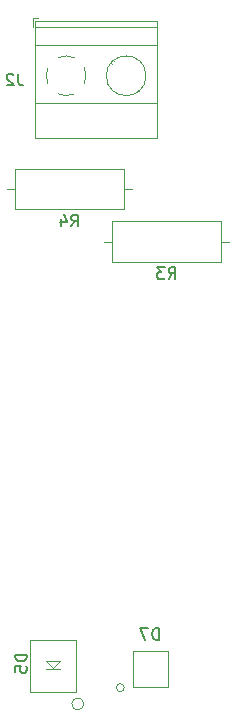
<source format=gbr>
G04 #@! TF.GenerationSoftware,KiCad,Pcbnew,(5.1.5)-3*
G04 #@! TF.CreationDate,2020-11-11T17:48:52-05:00*
G04 #@! TF.ProjectId,sensor_dmf_board,73656e73-6f72-45f6-946d-665f626f6172,rev?*
G04 #@! TF.SameCoordinates,Original*
G04 #@! TF.FileFunction,Legend,Bot*
G04 #@! TF.FilePolarity,Positive*
%FSLAX46Y46*%
G04 Gerber Fmt 4.6, Leading zero omitted, Abs format (unit mm)*
G04 Created by KiCad (PCBNEW (5.1.5)-3) date 2020-11-11 17:48:52*
%MOMM*%
%LPD*%
G04 APERTURE LIST*
%ADD10C,0.120000*%
%ADD11C,0.150000*%
G04 APERTURE END LIST*
D10*
X155540840Y-104894380D02*
X154850840Y-104894380D01*
X144920840Y-104894380D02*
X145610840Y-104894380D01*
X154850840Y-106614380D02*
X145610840Y-106614380D01*
X154850840Y-103174380D02*
X154850840Y-106614380D01*
X145610840Y-103174380D02*
X154850840Y-103174380D01*
X145610840Y-106614380D02*
X145610840Y-103174380D01*
X163767900Y-109357160D02*
X163077900Y-109357160D01*
X153147900Y-109357160D02*
X153837900Y-109357160D01*
X163077900Y-111077160D02*
X153837900Y-111077160D01*
X163077900Y-107637160D02*
X163077900Y-111077160D01*
X153837900Y-107637160D02*
X163077900Y-107637160D01*
X153837900Y-111077160D02*
X153837900Y-107637160D01*
X154880275Y-147124800D02*
G75*
G03X154880275Y-147124800I-338135J0D01*
G01*
X158605000Y-147050000D02*
X155605000Y-147050000D01*
X158605000Y-144050000D02*
X158605000Y-147050000D01*
X155605000Y-144050000D02*
X158605000Y-144050000D01*
X155605000Y-147050000D02*
X155605000Y-144050000D01*
X151453580Y-148500480D02*
G75*
G03X151453580Y-148500480I-508000J0D01*
G01*
X149459680Y-145538840D02*
X148227780Y-145538840D01*
X148265880Y-144880980D02*
X148855160Y-145470260D01*
X149439360Y-144880980D02*
X148265880Y-144880980D01*
X148845000Y-145475340D02*
X149439360Y-144880980D01*
X146895000Y-143095000D02*
X146895000Y-147495000D01*
X150795000Y-147495000D02*
X150795000Y-143095000D01*
X150795000Y-143095000D02*
X146895000Y-143095000D01*
X146895000Y-147495000D02*
X150795000Y-147495000D01*
X147116520Y-90413500D02*
X147616520Y-90413500D01*
X147116520Y-91153500D02*
X147116520Y-90413500D01*
X153809520Y-94290500D02*
X153762520Y-94244500D01*
X156106520Y-96588500D02*
X156071520Y-96552500D01*
X154002520Y-94074500D02*
X153967520Y-94039500D01*
X156311520Y-96382500D02*
X156264520Y-96336500D01*
X157636520Y-100574500D02*
X157636520Y-90653500D01*
X147356520Y-100574500D02*
X147356520Y-90653500D01*
X147356520Y-90653500D02*
X157636520Y-90653500D01*
X147356520Y-100574500D02*
X157636520Y-100574500D01*
X147356520Y-97614500D02*
X157636520Y-97614500D01*
X147356520Y-92713500D02*
X157636520Y-92713500D01*
X147356520Y-91213500D02*
X157636520Y-91213500D01*
X156716520Y-95313500D02*
G75*
G03X156716520Y-95313500I-1680000J0D01*
G01*
X149985325Y-93633247D02*
G75*
G03X149272520Y-93778500I-28805J-1680253D01*
G01*
X148421094Y-94630458D02*
G75*
G03X148421520Y-95997500I1535426J-683042D01*
G01*
X149273478Y-96848926D02*
G75*
G03X150640520Y-96848500I683042J1535426D01*
G01*
X151491946Y-95996542D02*
G75*
G03X151491520Y-94629500I-1535426J683042D01*
G01*
X150639838Y-93778744D02*
G75*
G03X149956520Y-93633500I-683318J-1534756D01*
G01*
D11*
X150397506Y-108066760D02*
X150730840Y-107590570D01*
X150968935Y-108066760D02*
X150968935Y-107066760D01*
X150587982Y-107066760D01*
X150492744Y-107114380D01*
X150445125Y-107161999D01*
X150397506Y-107257237D01*
X150397506Y-107400094D01*
X150445125Y-107495332D01*
X150492744Y-107542951D01*
X150587982Y-107590570D01*
X150968935Y-107590570D01*
X149540363Y-107400094D02*
X149540363Y-108066760D01*
X149778459Y-107019141D02*
X150016554Y-107733427D01*
X149397506Y-107733427D01*
X158624566Y-112529540D02*
X158957900Y-112053350D01*
X159195995Y-112529540D02*
X159195995Y-111529540D01*
X158815042Y-111529540D01*
X158719804Y-111577160D01*
X158672185Y-111624779D01*
X158624566Y-111720017D01*
X158624566Y-111862874D01*
X158672185Y-111958112D01*
X158719804Y-112005731D01*
X158815042Y-112053350D01*
X159195995Y-112053350D01*
X158291233Y-111529540D02*
X157672185Y-111529540D01*
X158005519Y-111910493D01*
X157862661Y-111910493D01*
X157767423Y-111958112D01*
X157719804Y-112005731D01*
X157672185Y-112100969D01*
X157672185Y-112339064D01*
X157719804Y-112434302D01*
X157767423Y-112481921D01*
X157862661Y-112529540D01*
X158148376Y-112529540D01*
X158243614Y-112481921D01*
X158291233Y-112434302D01*
X157815155Y-143083920D02*
X157815155Y-142083920D01*
X157577060Y-142083920D01*
X157434202Y-142131540D01*
X157338964Y-142226778D01*
X157291345Y-142322016D01*
X157243726Y-142512492D01*
X157243726Y-142655349D01*
X157291345Y-142845825D01*
X157338964Y-142941063D01*
X157434202Y-143036301D01*
X157577060Y-143083920D01*
X157815155Y-143083920D01*
X156910393Y-142083920D02*
X156243726Y-142083920D01*
X156672298Y-143083920D01*
X146631840Y-144321384D02*
X145631840Y-144321384D01*
X145631840Y-144559480D01*
X145679460Y-144702337D01*
X145774698Y-144797575D01*
X145869936Y-144845194D01*
X146060412Y-144892813D01*
X146203269Y-144892813D01*
X146393745Y-144845194D01*
X146488983Y-144797575D01*
X146584221Y-144702337D01*
X146631840Y-144559480D01*
X146631840Y-144321384D01*
X145631840Y-145797575D02*
X145631840Y-145321384D01*
X146108031Y-145273765D01*
X146060412Y-145321384D01*
X146012793Y-145416622D01*
X146012793Y-145654718D01*
X146060412Y-145749956D01*
X146108031Y-145797575D01*
X146203269Y-145845194D01*
X146441364Y-145845194D01*
X146536602Y-145797575D01*
X146584221Y-145749956D01*
X146631840Y-145654718D01*
X146631840Y-145416622D01*
X146584221Y-145321384D01*
X146536602Y-145273765D01*
X145908053Y-95136720D02*
X145908053Y-95851006D01*
X145955672Y-95993863D01*
X146050910Y-96089101D01*
X146193767Y-96136720D01*
X146289005Y-96136720D01*
X145479481Y-95231959D02*
X145431862Y-95184340D01*
X145336624Y-95136720D01*
X145098529Y-95136720D01*
X145003291Y-95184340D01*
X144955672Y-95231959D01*
X144908053Y-95327197D01*
X144908053Y-95422435D01*
X144955672Y-95565292D01*
X145527100Y-96136720D01*
X144908053Y-96136720D01*
M02*

</source>
